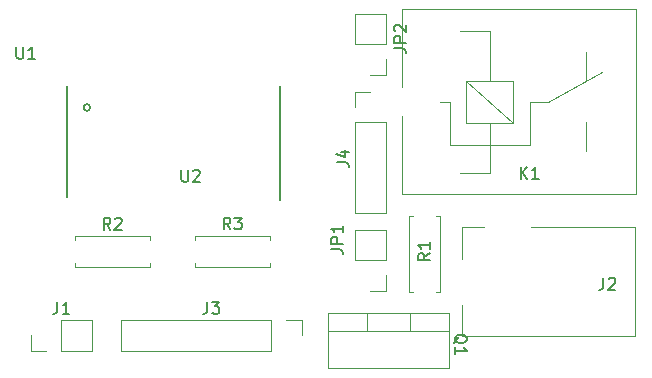
<source format=gto>
G04 #@! TF.GenerationSoftware,KiCad,Pcbnew,6.0.0-rc1-unknown-r14177-12567c75*
G04 #@! TF.CreationDate,2018-10-23T17:28:43+02:00*
G04 #@! TF.ProjectId,pcbRadon,7063625261646F6E2E6B696361645F70,rev?*
G04 #@! TF.SameCoordinates,Original*
G04 #@! TF.FileFunction,Legend,Top*
G04 #@! TF.FilePolarity,Positive*
%FSLAX46Y46*%
G04 Gerber Fmt 4.6, Leading zero omitted, Abs format (unit mm)*
G04 Created by KiCad (PCBNEW 6.0.0-rc1-unknown-r14177-12567c75) date Tue 23 Oct 2018 17:28:43 CEST*
%MOMM*%
%LPD*%
G01*
G04 APERTURE LIST*
%ADD10C,0.120000*%
%ADD11C,0.150000*%
G04 APERTURE END LIST*
D10*
G04 #@! TO.C,J1*
X137982000Y-112582000D02*
X137982000Y-109922000D01*
X135382000Y-112582000D02*
X137982000Y-112582000D01*
X135382000Y-109922000D02*
X137982000Y-109922000D01*
X135382000Y-112582000D02*
X135382000Y-109922000D01*
X134112000Y-112582000D02*
X132782000Y-112582000D01*
X132782000Y-112582000D02*
X132782000Y-111252000D01*
G04 #@! TO.C,J2*
X175180000Y-102080000D02*
X183980000Y-102080000D01*
X183980000Y-102080000D02*
X183980000Y-111280000D01*
X169280000Y-104780000D02*
X169280000Y-102080000D01*
X169280000Y-102080000D02*
X171180000Y-102080000D01*
X183980000Y-111280000D02*
X169280000Y-111280000D01*
X169280000Y-111280000D02*
X169280000Y-108680000D01*
G04 #@! TO.C,J3*
X140402000Y-109922000D02*
X140402000Y-112582000D01*
X153162000Y-109922000D02*
X140402000Y-109922000D01*
X153162000Y-112582000D02*
X140402000Y-112582000D01*
X153162000Y-109922000D02*
X153162000Y-112582000D01*
X154432000Y-109922000D02*
X155762000Y-109922000D01*
X155762000Y-109922000D02*
X155762000Y-111252000D01*
G04 #@! TO.C,J4*
X160214000Y-100898000D02*
X162874000Y-100898000D01*
X160214000Y-93218000D02*
X160214000Y-100898000D01*
X162874000Y-93218000D02*
X162874000Y-100898000D01*
X160214000Y-93218000D02*
X162874000Y-93218000D01*
X160214000Y-91948000D02*
X160214000Y-90618000D01*
X160214000Y-90618000D02*
X161544000Y-90618000D01*
G04 #@! TO.C,JP1*
X162874000Y-102302000D02*
X160214000Y-102302000D01*
X162874000Y-104902000D02*
X162874000Y-102302000D01*
X160214000Y-104902000D02*
X160214000Y-102302000D01*
X162874000Y-104902000D02*
X160214000Y-104902000D01*
X162874000Y-106172000D02*
X162874000Y-107502000D01*
X162874000Y-107502000D02*
X161544000Y-107502000D01*
G04 #@! TO.C,JP2*
X162874000Y-84014000D02*
X160214000Y-84014000D01*
X162874000Y-86614000D02*
X162874000Y-84014000D01*
X160214000Y-86614000D02*
X160214000Y-84014000D01*
X162874000Y-86614000D02*
X160214000Y-86614000D01*
X162874000Y-87884000D02*
X162874000Y-89214000D01*
X162874000Y-89214000D02*
X161544000Y-89214000D01*
G04 #@! TO.C,K1*
X164208000Y-92640000D02*
X164208000Y-99240000D01*
X164208000Y-83640000D02*
X164208000Y-90240000D01*
X164208000Y-83640000D02*
X184008000Y-83640000D01*
X184008000Y-83640000D02*
X184008000Y-99240000D01*
X184008000Y-99240000D02*
X164208000Y-99240000D01*
X179758000Y-95640000D02*
X179758000Y-93190000D01*
X179758000Y-87240000D02*
X179758000Y-89740000D01*
X169158000Y-97490000D02*
X171658000Y-97490000D01*
X168258000Y-91490000D02*
X167458000Y-91490000D01*
X171658000Y-85490000D02*
X169158000Y-85490000D01*
X175058000Y-91490000D02*
X176558000Y-91490000D01*
X176558000Y-91490000D02*
X181158000Y-88990000D01*
X175058000Y-95090000D02*
X168258000Y-95090000D01*
X175058000Y-91490000D02*
X175058000Y-95090000D01*
X168258000Y-91490000D02*
X168258000Y-95090000D01*
X171658000Y-85490000D02*
X171658000Y-89690000D01*
X171658000Y-93290000D02*
X171658000Y-97490000D01*
X173658000Y-93290000D02*
X169658000Y-89690000D01*
X169658000Y-93290000D02*
X169658000Y-89690000D01*
X169658000Y-89690000D02*
X173658000Y-89690000D01*
X173658000Y-89690000D02*
X173658000Y-93290000D01*
X173658000Y-93290000D02*
X169658000Y-93290000D01*
G04 #@! TO.C,Q1*
X157948000Y-109394000D02*
X168188000Y-109394000D01*
X157948000Y-114035000D02*
X168188000Y-114035000D01*
X157948000Y-109394000D02*
X157948000Y-114035000D01*
X168188000Y-109394000D02*
X168188000Y-114035000D01*
X157948000Y-110904000D02*
X168188000Y-110904000D01*
X161218000Y-109394000D02*
X161218000Y-110904000D01*
X164919000Y-109394000D02*
X164919000Y-110904000D01*
G04 #@! TO.C,R1*
X165136000Y-107604000D02*
X164806000Y-107604000D01*
X164806000Y-107604000D02*
X164806000Y-101184000D01*
X164806000Y-101184000D02*
X165136000Y-101184000D01*
X167096000Y-107604000D02*
X167426000Y-107604000D01*
X167426000Y-107604000D02*
X167426000Y-101184000D01*
X167426000Y-101184000D02*
X167096000Y-101184000D01*
G04 #@! TO.C,R2*
X142910000Y-105120000D02*
X142910000Y-105450000D01*
X142910000Y-105450000D02*
X136490000Y-105450000D01*
X136490000Y-105450000D02*
X136490000Y-105120000D01*
X142910000Y-103160000D02*
X142910000Y-102830000D01*
X142910000Y-102830000D02*
X136490000Y-102830000D01*
X136490000Y-102830000D02*
X136490000Y-103160000D01*
G04 #@! TO.C,R3*
X146650000Y-103160000D02*
X146650000Y-102830000D01*
X146650000Y-102830000D02*
X153070000Y-102830000D01*
X153070000Y-102830000D02*
X153070000Y-103160000D01*
X146650000Y-105120000D02*
X146650000Y-105450000D01*
X146650000Y-105450000D02*
X153070000Y-105450000D01*
X153070000Y-105450000D02*
X153070000Y-105120000D01*
D11*
G04 #@! TO.C,U2*
X137824981Y-91948000D02*
G75*
G03X137824981Y-91948000I-283981J0D01*
G01*
X153924000Y-90170000D02*
X153924000Y-99822000D01*
X135890000Y-90170000D02*
X135890000Y-99568000D01*
G04 #@! TO.C,U1*
X131572095Y-86828380D02*
X131572095Y-87637904D01*
X131619714Y-87733142D01*
X131667333Y-87780761D01*
X131762571Y-87828380D01*
X131953047Y-87828380D01*
X132048285Y-87780761D01*
X132095904Y-87733142D01*
X132143523Y-87637904D01*
X132143523Y-86828380D01*
X133143523Y-87828380D02*
X132572095Y-87828380D01*
X132857809Y-87828380D02*
X132857809Y-86828380D01*
X132762571Y-86971238D01*
X132667333Y-87066476D01*
X132572095Y-87114095D01*
G04 #@! TO.C,J1*
X135048666Y-108418380D02*
X135048666Y-109132666D01*
X135001047Y-109275523D01*
X134905809Y-109370761D01*
X134762952Y-109418380D01*
X134667714Y-109418380D01*
X136048666Y-109418380D02*
X135477238Y-109418380D01*
X135762952Y-109418380D02*
X135762952Y-108418380D01*
X135667714Y-108561238D01*
X135572476Y-108656476D01*
X135477238Y-108704095D01*
G04 #@! TO.C,J2*
X181276666Y-106386380D02*
X181276666Y-107100666D01*
X181229047Y-107243523D01*
X181133809Y-107338761D01*
X180990952Y-107386380D01*
X180895714Y-107386380D01*
X181705238Y-106481619D02*
X181752857Y-106434000D01*
X181848095Y-106386380D01*
X182086190Y-106386380D01*
X182181428Y-106434000D01*
X182229047Y-106481619D01*
X182276666Y-106576857D01*
X182276666Y-106672095D01*
X182229047Y-106814952D01*
X181657619Y-107386380D01*
X182276666Y-107386380D01*
G04 #@! TO.C,J3*
X147748666Y-108418380D02*
X147748666Y-109132666D01*
X147701047Y-109275523D01*
X147605809Y-109370761D01*
X147462952Y-109418380D01*
X147367714Y-109418380D01*
X148129619Y-108418380D02*
X148748666Y-108418380D01*
X148415333Y-108799333D01*
X148558190Y-108799333D01*
X148653428Y-108846952D01*
X148701047Y-108894571D01*
X148748666Y-108989809D01*
X148748666Y-109227904D01*
X148701047Y-109323142D01*
X148653428Y-109370761D01*
X148558190Y-109418380D01*
X148272476Y-109418380D01*
X148177238Y-109370761D01*
X148129619Y-109323142D01*
G04 #@! TO.C,J4*
X158710380Y-96599333D02*
X159424666Y-96599333D01*
X159567523Y-96646952D01*
X159662761Y-96742190D01*
X159710380Y-96885047D01*
X159710380Y-96980285D01*
X159043714Y-95694571D02*
X159710380Y-95694571D01*
X158662761Y-95932666D02*
X159377047Y-96170761D01*
X159377047Y-95551714D01*
G04 #@! TO.C,JP1*
X158202380Y-103957333D02*
X158916666Y-103957333D01*
X159059523Y-104004952D01*
X159154761Y-104100190D01*
X159202380Y-104243047D01*
X159202380Y-104338285D01*
X159202380Y-103481142D02*
X158202380Y-103481142D01*
X158202380Y-103100190D01*
X158250000Y-103004952D01*
X158297619Y-102957333D01*
X158392857Y-102909714D01*
X158535714Y-102909714D01*
X158630952Y-102957333D01*
X158678571Y-103004952D01*
X158726190Y-103100190D01*
X158726190Y-103481142D01*
X159202380Y-101957333D02*
X159202380Y-102528761D01*
X159202380Y-102243047D02*
X158202380Y-102243047D01*
X158345238Y-102338285D01*
X158440476Y-102433523D01*
X158488095Y-102528761D01*
G04 #@! TO.C,JP2*
X163536380Y-86939333D02*
X164250666Y-86939333D01*
X164393523Y-86986952D01*
X164488761Y-87082190D01*
X164536380Y-87225047D01*
X164536380Y-87320285D01*
X164536380Y-86463142D02*
X163536380Y-86463142D01*
X163536380Y-86082190D01*
X163584000Y-85986952D01*
X163631619Y-85939333D01*
X163726857Y-85891714D01*
X163869714Y-85891714D01*
X163964952Y-85939333D01*
X164012571Y-85986952D01*
X164060190Y-86082190D01*
X164060190Y-86463142D01*
X163631619Y-85510761D02*
X163584000Y-85463142D01*
X163536380Y-85367904D01*
X163536380Y-85129809D01*
X163584000Y-85034571D01*
X163631619Y-84986952D01*
X163726857Y-84939333D01*
X163822095Y-84939333D01*
X163964952Y-84986952D01*
X164536380Y-85558380D01*
X164536380Y-84939333D01*
G04 #@! TO.C,K1*
X174267904Y-97988380D02*
X174267904Y-96988380D01*
X174839333Y-97988380D02*
X174410761Y-97416952D01*
X174839333Y-96988380D02*
X174267904Y-97559809D01*
X175791714Y-97988380D02*
X175220285Y-97988380D01*
X175506000Y-97988380D02*
X175506000Y-96988380D01*
X175410761Y-97131238D01*
X175315523Y-97226476D01*
X175220285Y-97274095D01*
G04 #@! TO.C,Q1*
X168616380Y-111918761D02*
X168664000Y-111823523D01*
X168759238Y-111728285D01*
X168902095Y-111585428D01*
X168949714Y-111490190D01*
X168949714Y-111394952D01*
X168711619Y-111442571D02*
X168759238Y-111347333D01*
X168854476Y-111252095D01*
X169044952Y-111204476D01*
X169378285Y-111204476D01*
X169568761Y-111252095D01*
X169664000Y-111347333D01*
X169711619Y-111442571D01*
X169711619Y-111633047D01*
X169664000Y-111728285D01*
X169568761Y-111823523D01*
X169378285Y-111871142D01*
X169044952Y-111871142D01*
X168854476Y-111823523D01*
X168759238Y-111728285D01*
X168711619Y-111633047D01*
X168711619Y-111442571D01*
X168711619Y-112823523D02*
X168711619Y-112252095D01*
X168711619Y-112537809D02*
X169711619Y-112537809D01*
X169568761Y-112442571D01*
X169473523Y-112347333D01*
X169425904Y-112252095D01*
G04 #@! TO.C,R1*
X166568380Y-104306666D02*
X166092190Y-104640000D01*
X166568380Y-104878095D02*
X165568380Y-104878095D01*
X165568380Y-104497142D01*
X165616000Y-104401904D01*
X165663619Y-104354285D01*
X165758857Y-104306666D01*
X165901714Y-104306666D01*
X165996952Y-104354285D01*
X166044571Y-104401904D01*
X166092190Y-104497142D01*
X166092190Y-104878095D01*
X166568380Y-103354285D02*
X166568380Y-103925714D01*
X166568380Y-103640000D02*
X165568380Y-103640000D01*
X165711238Y-103735238D01*
X165806476Y-103830476D01*
X165854095Y-103925714D01*
G04 #@! TO.C,R2*
X139533333Y-102306380D02*
X139200000Y-101830190D01*
X138961904Y-102306380D02*
X138961904Y-101306380D01*
X139342857Y-101306380D01*
X139438095Y-101354000D01*
X139485714Y-101401619D01*
X139533333Y-101496857D01*
X139533333Y-101639714D01*
X139485714Y-101734952D01*
X139438095Y-101782571D01*
X139342857Y-101830190D01*
X138961904Y-101830190D01*
X139914285Y-101401619D02*
X139961904Y-101354000D01*
X140057142Y-101306380D01*
X140295238Y-101306380D01*
X140390476Y-101354000D01*
X140438095Y-101401619D01*
X140485714Y-101496857D01*
X140485714Y-101592095D01*
X140438095Y-101734952D01*
X139866666Y-102306380D01*
X140485714Y-102306380D01*
G04 #@! TO.C,R3*
X149693333Y-102282380D02*
X149360000Y-101806190D01*
X149121904Y-102282380D02*
X149121904Y-101282380D01*
X149502857Y-101282380D01*
X149598095Y-101330000D01*
X149645714Y-101377619D01*
X149693333Y-101472857D01*
X149693333Y-101615714D01*
X149645714Y-101710952D01*
X149598095Y-101758571D01*
X149502857Y-101806190D01*
X149121904Y-101806190D01*
X150026666Y-101282380D02*
X150645714Y-101282380D01*
X150312380Y-101663333D01*
X150455238Y-101663333D01*
X150550476Y-101710952D01*
X150598095Y-101758571D01*
X150645714Y-101853809D01*
X150645714Y-102091904D01*
X150598095Y-102187142D01*
X150550476Y-102234761D01*
X150455238Y-102282380D01*
X150169523Y-102282380D01*
X150074285Y-102234761D01*
X150026666Y-102187142D01*
G04 #@! TO.C,U2*
X145542095Y-97242380D02*
X145542095Y-98051904D01*
X145589714Y-98147142D01*
X145637333Y-98194761D01*
X145732571Y-98242380D01*
X145923047Y-98242380D01*
X146018285Y-98194761D01*
X146065904Y-98147142D01*
X146113523Y-98051904D01*
X146113523Y-97242380D01*
X146542095Y-97337619D02*
X146589714Y-97290000D01*
X146684952Y-97242380D01*
X146923047Y-97242380D01*
X147018285Y-97290000D01*
X147065904Y-97337619D01*
X147113523Y-97432857D01*
X147113523Y-97528095D01*
X147065904Y-97670952D01*
X146494476Y-98242380D01*
X147113523Y-98242380D01*
G04 #@! TD*
M02*

</source>
